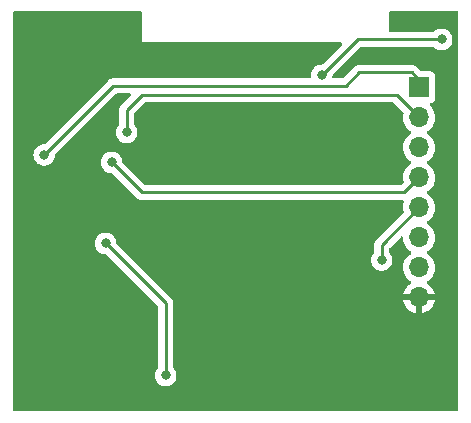
<source format=gbr>
%TF.GenerationSoftware,KiCad,Pcbnew,(6.0.1-0)*%
%TF.CreationDate,2022-04-20T12:22:31-04:00*%
%TF.ProjectId,32S2_3,33325332-5f33-42e6-9b69-6361645f7063,rev?*%
%TF.SameCoordinates,Original*%
%TF.FileFunction,Copper,L2,Bot*%
%TF.FilePolarity,Positive*%
%FSLAX46Y46*%
G04 Gerber Fmt 4.6, Leading zero omitted, Abs format (unit mm)*
G04 Created by KiCad (PCBNEW (6.0.1-0)) date 2022-04-20 12:22:31*
%MOMM*%
%LPD*%
G01*
G04 APERTURE LIST*
%TA.AperFunction,ComponentPad*%
%ADD10O,1.700000X1.700000*%
%TD*%
%TA.AperFunction,ComponentPad*%
%ADD11R,1.700000X1.700000*%
%TD*%
%TA.AperFunction,ViaPad*%
%ADD12C,0.800000*%
%TD*%
%TA.AperFunction,Conductor*%
%ADD13C,0.250000*%
%TD*%
G04 APERTURE END LIST*
D10*
%TO.P,J1,8,Pin_8*%
%TO.N,GND*%
X104775000Y-93980000D03*
%TO.P,J1,7,Pin_7*%
%TO.N,/U0RXD*%
X104775000Y-91440000D03*
%TO.P,J1,6,Pin_6*%
%TO.N,/U0TXD*%
X104775000Y-88900000D03*
%TO.P,J1,5,Pin_5*%
%TO.N,/GPIO0*%
X104775000Y-86360000D03*
%TO.P,J1,4,Pin_4*%
%TO.N,/CHIP_PU*%
X104775000Y-83820000D03*
%TO.P,J1,3,Pin_3*%
%TO.N,/VCC_3V3*%
X104775000Y-81280000D03*
%TO.P,J1,2,Pin_2*%
%TO.N,/Vtherm*%
X104775000Y-78740000D03*
D11*
%TO.P,J1,1,Pin_1*%
%TO.N,VCC*%
X104775000Y-76200000D03*
%TD*%
D12*
%TO.N,/GPIO0*%
X101600000Y-90805000D03*
%TO.N,/Vtherm*%
X80010000Y-80010000D03*
%TO.N,GND*%
X77978000Y-91186000D03*
X107315000Y-70485000D03*
X80010000Y-93218000D03*
X80010000Y-72390000D03*
X78486000Y-87630000D03*
X85344000Y-96520000D03*
X72390000Y-75565000D03*
X93472000Y-98552000D03*
%TO.N,VCC*%
X73025000Y-81915000D03*
%TO.N,/CHIP_PU*%
X78740000Y-82550000D03*
%TO.N,/VBAT*%
X96520000Y-75184000D03*
X106680000Y-72136000D03*
%TO.N,Net-(SW1-Pad1A)*%
X78232000Y-89408000D03*
X83312000Y-100584000D03*
%TD*%
D13*
%TO.N,VCC*%
X78888894Y-76051106D02*
X98573894Y-76051106D01*
X99695000Y-74930000D02*
X104140000Y-74930000D01*
X98573894Y-76051106D02*
X99695000Y-74930000D01*
X104140000Y-74930000D02*
X104775000Y-75565000D01*
X104775000Y-75565000D02*
X104775000Y-76200000D01*
%TO.N,/CHIP_PU*%
X78740000Y-82550000D02*
X81280000Y-85090000D01*
X104775000Y-83820000D02*
X103505000Y-85090000D01*
X103505000Y-85090000D02*
X81280000Y-85090000D01*
%TO.N,/GPIO0*%
X101600000Y-89535000D02*
X101600000Y-90805000D01*
X104775000Y-86360000D02*
X101600000Y-89535000D01*
%TO.N,/Vtherm*%
X104775000Y-78740000D02*
X102870000Y-76835000D01*
X80010000Y-78105000D02*
X80010000Y-80010000D01*
X102870000Y-76835000D02*
X81280000Y-76835000D01*
X81280000Y-76835000D02*
X80010000Y-78105000D01*
%TO.N,VCC*%
X73025000Y-81915000D02*
X78888894Y-76051106D01*
%TO.N,/VBAT*%
X99568000Y-72136000D02*
X106680000Y-72136000D01*
X96520000Y-75184000D02*
X99568000Y-72136000D01*
%TO.N,Net-(SW1-Pad1A)*%
X83312000Y-94488000D02*
X83312000Y-100584000D01*
X78232000Y-89408000D02*
X83312000Y-94488000D01*
%TD*%
%TA.AperFunction,Conductor*%
%TO.N,GND*%
G36*
X81222121Y-69743002D02*
G01*
X81268614Y-69796658D01*
X81280000Y-69849000D01*
X81280000Y-72390000D01*
X98113906Y-72390000D01*
X98182027Y-72410002D01*
X98228520Y-72463658D01*
X98238624Y-72533932D01*
X98209130Y-72598512D01*
X98203006Y-72605090D01*
X96634125Y-74173970D01*
X96569500Y-74238595D01*
X96507188Y-74272621D01*
X96480405Y-74275500D01*
X96424513Y-74275500D01*
X96418061Y-74276872D01*
X96418056Y-74276872D01*
X96347922Y-74291780D01*
X96237712Y-74315206D01*
X96231682Y-74317891D01*
X96231681Y-74317891D01*
X96069278Y-74390197D01*
X96069276Y-74390198D01*
X96063248Y-74392882D01*
X95908747Y-74505134D01*
X95904326Y-74510044D01*
X95904325Y-74510045D01*
X95892677Y-74522982D01*
X95780960Y-74647056D01*
X95777659Y-74652774D01*
X95690005Y-74804595D01*
X95685473Y-74812444D01*
X95626458Y-74994072D01*
X95606496Y-75184000D01*
X95616422Y-75278437D01*
X95603650Y-75348273D01*
X95555148Y-75400120D01*
X95491112Y-75417606D01*
X78967657Y-75417606D01*
X78956473Y-75417079D01*
X78948985Y-75415405D01*
X78941062Y-75415654D01*
X78880927Y-75417544D01*
X78876969Y-75417606D01*
X78849038Y-75417606D01*
X78845123Y-75418101D01*
X78845119Y-75418101D01*
X78845061Y-75418109D01*
X78845032Y-75418112D01*
X78833190Y-75419045D01*
X78789004Y-75420433D01*
X78771638Y-75425478D01*
X78769552Y-75426084D01*
X78750200Y-75430092D01*
X78737962Y-75431638D01*
X78737960Y-75431639D01*
X78730097Y-75432632D01*
X78688980Y-75448912D01*
X78677779Y-75452747D01*
X78635300Y-75465088D01*
X78628481Y-75469121D01*
X78628476Y-75469123D01*
X78617865Y-75475399D01*
X78600115Y-75484096D01*
X78581277Y-75491554D01*
X78574861Y-75496215D01*
X78574860Y-75496216D01*
X78545519Y-75517534D01*
X78535595Y-75524053D01*
X78504354Y-75542528D01*
X78504349Y-75542532D01*
X78497531Y-75546564D01*
X78483207Y-75560888D01*
X78468175Y-75573727D01*
X78451787Y-75585634D01*
X78423606Y-75619699D01*
X78415616Y-75628479D01*
X73074500Y-80969595D01*
X73012188Y-81003621D01*
X72985405Y-81006500D01*
X72929513Y-81006500D01*
X72923061Y-81007872D01*
X72923056Y-81007872D01*
X72844501Y-81024570D01*
X72742712Y-81046206D01*
X72736682Y-81048891D01*
X72736681Y-81048891D01*
X72574278Y-81121197D01*
X72574276Y-81121198D01*
X72568248Y-81123882D01*
X72413747Y-81236134D01*
X72409326Y-81241044D01*
X72409325Y-81241045D01*
X72311305Y-81349908D01*
X72285960Y-81378056D01*
X72190473Y-81543444D01*
X72131458Y-81725072D01*
X72130768Y-81731633D01*
X72130768Y-81731635D01*
X72125007Y-81786453D01*
X72111496Y-81915000D01*
X72131458Y-82104928D01*
X72190473Y-82286556D01*
X72285960Y-82451944D01*
X72290378Y-82456851D01*
X72290379Y-82456852D01*
X72388589Y-82565925D01*
X72413747Y-82593866D01*
X72504809Y-82660027D01*
X72543036Y-82687800D01*
X72568248Y-82706118D01*
X72574276Y-82708802D01*
X72574278Y-82708803D01*
X72736681Y-82781109D01*
X72742712Y-82783794D01*
X72836112Y-82803647D01*
X72923056Y-82822128D01*
X72923061Y-82822128D01*
X72929513Y-82823500D01*
X73120487Y-82823500D01*
X73126939Y-82822128D01*
X73126944Y-82822128D01*
X73213888Y-82803647D01*
X73307288Y-82783794D01*
X73313319Y-82781109D01*
X73475722Y-82708803D01*
X73475724Y-82708802D01*
X73481752Y-82706118D01*
X73506965Y-82687800D01*
X73545191Y-82660027D01*
X73636253Y-82593866D01*
X73661411Y-82565925D01*
X73759621Y-82456852D01*
X73759622Y-82456851D01*
X73764040Y-82451944D01*
X73859527Y-82286556D01*
X73918542Y-82104928D01*
X73935907Y-81939706D01*
X73962920Y-81874050D01*
X73972122Y-81863782D01*
X79114393Y-76721511D01*
X79176705Y-76687485D01*
X79203488Y-76684606D01*
X80230299Y-76684606D01*
X80298420Y-76704608D01*
X80344913Y-76758264D01*
X80355017Y-76828538D01*
X80325523Y-76893118D01*
X80319394Y-76899701D01*
X79617747Y-77601348D01*
X79609461Y-77608888D01*
X79602982Y-77613000D01*
X79597557Y-77618777D01*
X79556357Y-77662651D01*
X79553602Y-77665493D01*
X79533865Y-77685230D01*
X79531385Y-77688427D01*
X79523682Y-77697447D01*
X79493414Y-77729679D01*
X79489595Y-77736625D01*
X79489593Y-77736628D01*
X79483652Y-77747434D01*
X79472801Y-77763953D01*
X79460386Y-77779959D01*
X79457241Y-77787228D01*
X79457238Y-77787232D01*
X79442826Y-77820537D01*
X79437609Y-77831187D01*
X79416305Y-77869940D01*
X79414334Y-77877615D01*
X79414334Y-77877616D01*
X79411267Y-77889562D01*
X79404863Y-77908266D01*
X79396819Y-77926855D01*
X79395580Y-77934678D01*
X79395577Y-77934688D01*
X79389901Y-77970524D01*
X79387495Y-77982144D01*
X79376500Y-78024970D01*
X79376500Y-78045224D01*
X79374949Y-78064934D01*
X79371780Y-78084943D01*
X79372526Y-78092835D01*
X79375941Y-78128961D01*
X79376500Y-78140819D01*
X79376500Y-79307476D01*
X79356498Y-79375597D01*
X79344142Y-79391779D01*
X79270960Y-79473056D01*
X79175473Y-79638444D01*
X79116458Y-79820072D01*
X79096496Y-80010000D01*
X79097186Y-80016565D01*
X79110381Y-80142104D01*
X79116458Y-80199928D01*
X79175473Y-80381556D01*
X79178776Y-80387278D01*
X79178777Y-80387279D01*
X79198903Y-80422138D01*
X79270960Y-80546944D01*
X79275378Y-80551851D01*
X79275379Y-80551852D01*
X79324746Y-80606680D01*
X79398747Y-80688866D01*
X79553248Y-80801118D01*
X79559276Y-80803802D01*
X79559278Y-80803803D01*
X79653426Y-80845720D01*
X79727712Y-80878794D01*
X79821112Y-80898647D01*
X79908056Y-80917128D01*
X79908061Y-80917128D01*
X79914513Y-80918500D01*
X80105487Y-80918500D01*
X80111939Y-80917128D01*
X80111944Y-80917128D01*
X80198888Y-80898647D01*
X80292288Y-80878794D01*
X80366574Y-80845720D01*
X80460722Y-80803803D01*
X80460724Y-80803802D01*
X80466752Y-80801118D01*
X80621253Y-80688866D01*
X80695254Y-80606680D01*
X80744621Y-80551852D01*
X80744622Y-80551851D01*
X80749040Y-80546944D01*
X80821097Y-80422138D01*
X80841223Y-80387279D01*
X80841224Y-80387278D01*
X80844527Y-80381556D01*
X80903542Y-80199928D01*
X80909620Y-80142104D01*
X80922814Y-80016565D01*
X80923504Y-80010000D01*
X80903542Y-79820072D01*
X80844527Y-79638444D01*
X80749040Y-79473056D01*
X80675863Y-79391785D01*
X80645147Y-79327779D01*
X80643500Y-79307476D01*
X80643500Y-78419594D01*
X80663502Y-78351473D01*
X80680405Y-78330499D01*
X81505499Y-77505405D01*
X81567811Y-77471379D01*
X81594594Y-77468500D01*
X102555406Y-77468500D01*
X102623527Y-77488502D01*
X102644501Y-77505405D01*
X103424778Y-78285682D01*
X103458804Y-78347994D01*
X103457100Y-78408448D01*
X103435989Y-78484570D01*
X103435441Y-78489700D01*
X103435440Y-78489704D01*
X103431933Y-78522522D01*
X103412251Y-78706695D01*
X103412548Y-78711848D01*
X103412548Y-78711851D01*
X103418011Y-78806590D01*
X103425110Y-78929715D01*
X103426247Y-78934761D01*
X103426248Y-78934767D01*
X103446119Y-79022939D01*
X103474222Y-79147639D01*
X103558266Y-79354616D01*
X103674987Y-79545088D01*
X103821250Y-79713938D01*
X103993126Y-79856632D01*
X104063595Y-79897811D01*
X104066445Y-79899476D01*
X104115169Y-79951114D01*
X104128240Y-80020897D01*
X104101509Y-80086669D01*
X104061055Y-80120027D01*
X104048607Y-80126507D01*
X104044474Y-80129610D01*
X104044471Y-80129612D01*
X103874100Y-80257530D01*
X103869965Y-80260635D01*
X103715629Y-80422138D01*
X103589743Y-80606680D01*
X103574003Y-80640590D01*
X103501290Y-80797237D01*
X103495688Y-80809305D01*
X103435989Y-81024570D01*
X103412251Y-81246695D01*
X103412548Y-81251848D01*
X103412548Y-81251851D01*
X103418011Y-81346590D01*
X103425110Y-81469715D01*
X103426247Y-81474761D01*
X103426248Y-81474767D01*
X103440436Y-81537721D01*
X103474222Y-81687639D01*
X103558266Y-81894616D01*
X103674987Y-82085088D01*
X103821250Y-82253938D01*
X103993126Y-82396632D01*
X104063595Y-82437811D01*
X104066445Y-82439476D01*
X104115169Y-82491114D01*
X104128240Y-82560897D01*
X104101509Y-82626669D01*
X104061055Y-82660027D01*
X104048607Y-82666507D01*
X104044474Y-82669610D01*
X104044471Y-82669612D01*
X103874100Y-82797530D01*
X103869965Y-82800635D01*
X103715629Y-82962138D01*
X103589743Y-83146680D01*
X103574003Y-83180590D01*
X103501290Y-83337237D01*
X103495688Y-83349305D01*
X103435989Y-83564570D01*
X103412251Y-83786695D01*
X103412548Y-83791848D01*
X103412548Y-83791851D01*
X103418011Y-83886590D01*
X103425110Y-84009715D01*
X103426247Y-84014761D01*
X103426248Y-84014767D01*
X103458453Y-84157668D01*
X103453917Y-84228520D01*
X103424631Y-84274464D01*
X103279500Y-84419595D01*
X103217188Y-84453621D01*
X103190405Y-84456500D01*
X81594595Y-84456500D01*
X81526474Y-84436498D01*
X81505500Y-84419595D01*
X79687122Y-82601217D01*
X79653096Y-82538905D01*
X79650907Y-82525292D01*
X79645676Y-82475516D01*
X79633542Y-82360072D01*
X79574527Y-82178444D01*
X79479040Y-82013056D01*
X79451147Y-81982077D01*
X79355675Y-81876045D01*
X79355674Y-81876044D01*
X79351253Y-81871134D01*
X79228311Y-81781811D01*
X79202094Y-81762763D01*
X79202093Y-81762762D01*
X79196752Y-81758882D01*
X79190724Y-81756198D01*
X79190722Y-81756197D01*
X79028319Y-81683891D01*
X79028318Y-81683891D01*
X79022288Y-81681206D01*
X78928888Y-81661353D01*
X78841944Y-81642872D01*
X78841939Y-81642872D01*
X78835487Y-81641500D01*
X78644513Y-81641500D01*
X78638061Y-81642872D01*
X78638056Y-81642872D01*
X78551112Y-81661353D01*
X78457712Y-81681206D01*
X78451682Y-81683891D01*
X78451681Y-81683891D01*
X78289278Y-81756197D01*
X78289276Y-81756198D01*
X78283248Y-81758882D01*
X78277907Y-81762762D01*
X78277906Y-81762763D01*
X78251689Y-81781811D01*
X78128747Y-81871134D01*
X78124326Y-81876044D01*
X78124325Y-81876045D01*
X78028854Y-81982077D01*
X78000960Y-82013056D01*
X77905473Y-82178444D01*
X77846458Y-82360072D01*
X77826496Y-82550000D01*
X77827186Y-82556565D01*
X77843187Y-82708803D01*
X77846458Y-82739928D01*
X77905473Y-82921556D01*
X77908776Y-82927278D01*
X77908777Y-82927279D01*
X77928903Y-82962138D01*
X78000960Y-83086944D01*
X78005378Y-83091851D01*
X78005379Y-83091852D01*
X78054746Y-83146680D01*
X78128747Y-83228866D01*
X78283248Y-83341118D01*
X78289276Y-83343802D01*
X78289278Y-83343803D01*
X78383426Y-83385720D01*
X78457712Y-83418794D01*
X78551112Y-83438647D01*
X78638056Y-83457128D01*
X78638061Y-83457128D01*
X78644513Y-83458500D01*
X78700406Y-83458500D01*
X78768527Y-83478502D01*
X78789501Y-83495405D01*
X80776343Y-85482247D01*
X80783887Y-85490537D01*
X80788000Y-85497018D01*
X80793777Y-85502443D01*
X80837667Y-85543658D01*
X80840509Y-85546413D01*
X80860230Y-85566134D01*
X80863425Y-85568612D01*
X80872447Y-85576318D01*
X80904679Y-85606586D01*
X80911628Y-85610406D01*
X80922432Y-85616346D01*
X80938956Y-85627199D01*
X80954959Y-85639613D01*
X80995543Y-85657176D01*
X81006173Y-85662383D01*
X81044940Y-85683695D01*
X81052617Y-85685666D01*
X81052622Y-85685668D01*
X81064558Y-85688732D01*
X81083266Y-85695137D01*
X81101855Y-85703181D01*
X81109680Y-85704420D01*
X81109682Y-85704421D01*
X81145519Y-85710097D01*
X81157140Y-85712504D01*
X81192289Y-85721528D01*
X81199970Y-85723500D01*
X81220231Y-85723500D01*
X81239940Y-85725051D01*
X81259943Y-85728219D01*
X81267835Y-85727473D01*
X81273062Y-85726979D01*
X81303954Y-85724059D01*
X81315811Y-85723500D01*
X103376527Y-85723500D01*
X103444648Y-85743502D01*
X103491141Y-85797158D01*
X103501245Y-85867432D01*
X103495745Y-85889182D01*
X103495688Y-85889305D01*
X103435989Y-86104570D01*
X103412251Y-86326695D01*
X103412548Y-86331848D01*
X103412548Y-86331851D01*
X103418011Y-86426590D01*
X103425110Y-86549715D01*
X103426247Y-86554761D01*
X103426248Y-86554767D01*
X103458453Y-86697668D01*
X103453917Y-86768520D01*
X103424631Y-86814464D01*
X101207747Y-89031348D01*
X101199461Y-89038888D01*
X101192982Y-89043000D01*
X101187557Y-89048777D01*
X101146357Y-89092651D01*
X101143602Y-89095493D01*
X101123865Y-89115230D01*
X101121385Y-89118427D01*
X101113682Y-89127447D01*
X101083414Y-89159679D01*
X101079595Y-89166625D01*
X101079593Y-89166628D01*
X101073652Y-89177434D01*
X101062801Y-89193953D01*
X101050386Y-89209959D01*
X101047241Y-89217228D01*
X101047238Y-89217232D01*
X101032826Y-89250537D01*
X101027609Y-89261187D01*
X101006305Y-89299940D01*
X101004334Y-89307615D01*
X101004334Y-89307616D01*
X101001267Y-89319562D01*
X100994863Y-89338266D01*
X100986819Y-89356855D01*
X100985580Y-89364678D01*
X100985577Y-89364688D01*
X100979901Y-89400524D01*
X100977495Y-89412144D01*
X100968472Y-89447289D01*
X100966500Y-89454970D01*
X100966500Y-89475224D01*
X100964949Y-89494934D01*
X100961780Y-89514943D01*
X100962526Y-89522835D01*
X100965941Y-89558961D01*
X100966500Y-89570819D01*
X100966500Y-90102476D01*
X100946498Y-90170597D01*
X100934142Y-90186779D01*
X100860960Y-90268056D01*
X100765473Y-90433444D01*
X100706458Y-90615072D01*
X100686496Y-90805000D01*
X100687186Y-90811565D01*
X100704290Y-90974297D01*
X100706458Y-90994928D01*
X100765473Y-91176556D01*
X100768776Y-91182278D01*
X100768777Y-91182279D01*
X100802686Y-91241010D01*
X100860960Y-91341944D01*
X100988747Y-91483866D01*
X101143248Y-91596118D01*
X101149276Y-91598802D01*
X101149278Y-91598803D01*
X101218708Y-91629715D01*
X101317712Y-91673794D01*
X101411113Y-91693647D01*
X101498056Y-91712128D01*
X101498061Y-91712128D01*
X101504513Y-91713500D01*
X101695487Y-91713500D01*
X101701939Y-91712128D01*
X101701944Y-91712128D01*
X101788887Y-91693647D01*
X101882288Y-91673794D01*
X101981292Y-91629715D01*
X102050722Y-91598803D01*
X102050724Y-91598802D01*
X102056752Y-91596118D01*
X102211253Y-91483866D01*
X102339040Y-91341944D01*
X102397314Y-91241010D01*
X102431223Y-91182279D01*
X102431224Y-91182278D01*
X102434527Y-91176556D01*
X102493542Y-90994928D01*
X102495711Y-90974297D01*
X102512814Y-90811565D01*
X102513504Y-90805000D01*
X102493542Y-90615072D01*
X102434527Y-90433444D01*
X102339040Y-90268056D01*
X102265863Y-90186785D01*
X102235147Y-90122779D01*
X102233500Y-90102476D01*
X102233500Y-89849594D01*
X102253502Y-89781473D01*
X102270405Y-89760499D01*
X103200019Y-88830885D01*
X103262331Y-88796859D01*
X103333146Y-88801924D01*
X103389982Y-88844471D01*
X103414905Y-88912727D01*
X103425110Y-89089715D01*
X103426247Y-89094761D01*
X103426248Y-89094767D01*
X103446119Y-89182939D01*
X103474222Y-89307639D01*
X103558266Y-89514616D01*
X103674987Y-89705088D01*
X103821250Y-89873938D01*
X103993126Y-90016632D01*
X104063595Y-90057811D01*
X104066445Y-90059476D01*
X104115169Y-90111114D01*
X104128240Y-90180897D01*
X104101509Y-90246669D01*
X104061055Y-90280027D01*
X104048607Y-90286507D01*
X104044474Y-90289610D01*
X104044471Y-90289612D01*
X103959507Y-90353405D01*
X103869965Y-90420635D01*
X103715629Y-90582138D01*
X103712715Y-90586410D01*
X103712714Y-90586411D01*
X103694838Y-90612617D01*
X103589743Y-90766680D01*
X103495688Y-90969305D01*
X103435989Y-91184570D01*
X103412251Y-91406695D01*
X103412548Y-91411848D01*
X103412548Y-91411851D01*
X103418011Y-91506590D01*
X103425110Y-91629715D01*
X103426247Y-91634761D01*
X103426248Y-91634767D01*
X103435353Y-91675166D01*
X103474222Y-91847639D01*
X103558266Y-92054616D01*
X103674987Y-92245088D01*
X103821250Y-92413938D01*
X103993126Y-92556632D01*
X104066955Y-92599774D01*
X104115679Y-92651412D01*
X104128750Y-92721195D01*
X104102019Y-92786967D01*
X104061562Y-92820327D01*
X104053457Y-92824546D01*
X104044738Y-92830036D01*
X103874433Y-92957905D01*
X103866726Y-92964748D01*
X103719590Y-93118717D01*
X103713104Y-93126727D01*
X103593098Y-93302649D01*
X103588000Y-93311623D01*
X103498338Y-93504783D01*
X103494775Y-93514470D01*
X103439389Y-93714183D01*
X103440912Y-93722607D01*
X103453292Y-93726000D01*
X106093344Y-93726000D01*
X106106875Y-93722027D01*
X106108180Y-93712947D01*
X106066214Y-93545875D01*
X106062894Y-93536124D01*
X105977972Y-93340814D01*
X105973105Y-93331739D01*
X105857426Y-93152926D01*
X105851136Y-93144757D01*
X105707806Y-92987240D01*
X105700273Y-92980215D01*
X105533139Y-92848222D01*
X105524556Y-92842520D01*
X105487602Y-92822120D01*
X105437631Y-92771687D01*
X105422859Y-92702245D01*
X105447975Y-92635839D01*
X105475327Y-92609232D01*
X105498797Y-92592491D01*
X105654860Y-92481173D01*
X105813096Y-92323489D01*
X105872594Y-92240689D01*
X105940435Y-92146277D01*
X105943453Y-92142077D01*
X106042430Y-91941811D01*
X106107370Y-91728069D01*
X106136529Y-91506590D01*
X106136611Y-91503240D01*
X106138074Y-91443365D01*
X106138074Y-91443361D01*
X106138156Y-91440000D01*
X106119852Y-91217361D01*
X106065431Y-91000702D01*
X105976354Y-90795840D01*
X105855014Y-90608277D01*
X105704670Y-90443051D01*
X105700619Y-90439852D01*
X105700615Y-90439848D01*
X105533414Y-90307800D01*
X105533410Y-90307798D01*
X105529359Y-90304598D01*
X105488053Y-90281796D01*
X105438084Y-90231364D01*
X105423312Y-90161921D01*
X105448428Y-90095516D01*
X105475780Y-90068909D01*
X105519603Y-90037650D01*
X105654860Y-89941173D01*
X105813096Y-89783489D01*
X105872594Y-89700689D01*
X105940435Y-89606277D01*
X105943453Y-89602077D01*
X105961840Y-89564875D01*
X106040136Y-89406453D01*
X106040137Y-89406451D01*
X106042430Y-89401811D01*
X106107370Y-89188069D01*
X106136529Y-88966590D01*
X106138156Y-88900000D01*
X106119852Y-88677361D01*
X106065431Y-88460702D01*
X105976354Y-88255840D01*
X105855014Y-88068277D01*
X105704670Y-87903051D01*
X105700619Y-87899852D01*
X105700615Y-87899848D01*
X105533414Y-87767800D01*
X105533410Y-87767798D01*
X105529359Y-87764598D01*
X105488053Y-87741796D01*
X105438084Y-87691364D01*
X105423312Y-87621921D01*
X105448428Y-87555516D01*
X105475780Y-87528909D01*
X105519603Y-87497650D01*
X105654860Y-87401173D01*
X105813096Y-87243489D01*
X105943453Y-87062077D01*
X106042430Y-86861811D01*
X106107370Y-86648069D01*
X106136529Y-86426590D01*
X106138156Y-86360000D01*
X106119852Y-86137361D01*
X106065431Y-85920702D01*
X105976354Y-85715840D01*
X105915079Y-85621123D01*
X105857822Y-85532617D01*
X105857820Y-85532614D01*
X105855014Y-85528277D01*
X105704670Y-85363051D01*
X105700619Y-85359852D01*
X105700615Y-85359848D01*
X105533414Y-85227800D01*
X105533410Y-85227798D01*
X105529359Y-85224598D01*
X105488053Y-85201796D01*
X105438084Y-85151364D01*
X105423312Y-85081921D01*
X105448428Y-85015516D01*
X105475780Y-84988909D01*
X105519603Y-84957650D01*
X105654860Y-84861173D01*
X105813096Y-84703489D01*
X105943453Y-84522077D01*
X105994103Y-84419595D01*
X106040136Y-84326453D01*
X106040137Y-84326451D01*
X106042430Y-84321811D01*
X106107370Y-84108069D01*
X106136529Y-83886590D01*
X106138156Y-83820000D01*
X106119852Y-83597361D01*
X106065431Y-83380702D01*
X105976354Y-83175840D01*
X105918845Y-83086944D01*
X105857822Y-82992617D01*
X105857820Y-82992614D01*
X105855014Y-82988277D01*
X105704670Y-82823051D01*
X105700619Y-82819852D01*
X105700615Y-82819848D01*
X105533414Y-82687800D01*
X105533410Y-82687798D01*
X105529359Y-82684598D01*
X105488053Y-82661796D01*
X105438084Y-82611364D01*
X105423312Y-82541921D01*
X105448428Y-82475516D01*
X105475780Y-82448909D01*
X105519603Y-82417650D01*
X105654860Y-82321173D01*
X105813096Y-82163489D01*
X105872594Y-82080689D01*
X105940435Y-81986277D01*
X105943453Y-81982077D01*
X105964394Y-81939707D01*
X106040136Y-81786453D01*
X106040137Y-81786451D01*
X106042430Y-81781811D01*
X106107370Y-81568069D01*
X106136529Y-81346590D01*
X106138156Y-81280000D01*
X106119852Y-81057361D01*
X106065431Y-80840702D01*
X105976354Y-80635840D01*
X105918845Y-80546944D01*
X105857822Y-80452617D01*
X105857820Y-80452614D01*
X105855014Y-80448277D01*
X105704670Y-80283051D01*
X105700619Y-80279852D01*
X105700615Y-80279848D01*
X105533414Y-80147800D01*
X105533410Y-80147798D01*
X105529359Y-80144598D01*
X105488053Y-80121796D01*
X105438084Y-80071364D01*
X105423312Y-80001921D01*
X105448428Y-79935516D01*
X105475780Y-79908909D01*
X105519603Y-79877650D01*
X105654860Y-79781173D01*
X105813096Y-79623489D01*
X105872594Y-79540689D01*
X105940435Y-79446277D01*
X105943453Y-79442077D01*
X105976310Y-79375597D01*
X106040136Y-79246453D01*
X106040137Y-79246451D01*
X106042430Y-79241811D01*
X106107370Y-79028069D01*
X106136529Y-78806590D01*
X106138156Y-78740000D01*
X106119852Y-78517361D01*
X106065431Y-78300702D01*
X105976354Y-78095840D01*
X105899078Y-77976389D01*
X105857822Y-77912617D01*
X105857820Y-77912614D01*
X105855014Y-77908277D01*
X105820130Y-77869940D01*
X105707798Y-77746488D01*
X105676746Y-77682642D01*
X105685141Y-77612143D01*
X105730317Y-77557375D01*
X105756761Y-77543706D01*
X105863297Y-77503767D01*
X105871705Y-77500615D01*
X105988261Y-77413261D01*
X106075615Y-77296705D01*
X106126745Y-77160316D01*
X106133500Y-77098134D01*
X106133500Y-75301866D01*
X106126745Y-75239684D01*
X106075615Y-75103295D01*
X105988261Y-74986739D01*
X105871705Y-74899385D01*
X105735316Y-74848255D01*
X105673134Y-74841500D01*
X104999595Y-74841500D01*
X104931474Y-74821498D01*
X104910499Y-74804595D01*
X104643647Y-74537742D01*
X104636113Y-74529463D01*
X104632000Y-74522982D01*
X104582348Y-74476356D01*
X104579507Y-74473602D01*
X104559770Y-74453865D01*
X104556573Y-74451385D01*
X104547551Y-74443680D01*
X104534116Y-74431064D01*
X104515321Y-74413414D01*
X104508375Y-74409595D01*
X104508372Y-74409593D01*
X104497566Y-74403652D01*
X104481047Y-74392801D01*
X104477690Y-74390197D01*
X104465041Y-74380386D01*
X104457772Y-74377241D01*
X104457768Y-74377238D01*
X104424463Y-74362826D01*
X104413813Y-74357609D01*
X104375060Y-74336305D01*
X104355437Y-74331267D01*
X104336734Y-74324863D01*
X104325420Y-74319967D01*
X104325419Y-74319967D01*
X104318145Y-74316819D01*
X104310322Y-74315580D01*
X104310312Y-74315577D01*
X104274476Y-74309901D01*
X104262856Y-74307495D01*
X104227711Y-74298472D01*
X104227710Y-74298472D01*
X104220030Y-74296500D01*
X104199776Y-74296500D01*
X104180065Y-74294949D01*
X104167886Y-74293020D01*
X104160057Y-74291780D01*
X104130786Y-74294547D01*
X104116039Y-74295941D01*
X104104181Y-74296500D01*
X99773767Y-74296500D01*
X99762584Y-74295973D01*
X99755091Y-74294298D01*
X99747165Y-74294547D01*
X99747164Y-74294547D01*
X99687014Y-74296438D01*
X99683055Y-74296500D01*
X99655144Y-74296500D01*
X99651210Y-74296997D01*
X99651209Y-74296997D01*
X99651144Y-74297005D01*
X99639307Y-74297938D01*
X99607490Y-74298938D01*
X99603029Y-74299078D01*
X99595110Y-74299327D01*
X99577454Y-74304456D01*
X99575658Y-74304978D01*
X99556306Y-74308986D01*
X99549235Y-74309880D01*
X99536203Y-74311526D01*
X99528834Y-74314443D01*
X99528832Y-74314444D01*
X99495097Y-74327800D01*
X99483869Y-74331645D01*
X99441407Y-74343982D01*
X99434585Y-74348016D01*
X99434579Y-74348019D01*
X99423968Y-74354294D01*
X99406218Y-74362990D01*
X99394756Y-74367528D01*
X99394751Y-74367531D01*
X99387383Y-74370448D01*
X99369970Y-74383099D01*
X99351625Y-74396427D01*
X99341707Y-74402943D01*
X99330463Y-74409593D01*
X99303637Y-74425458D01*
X99289313Y-74439782D01*
X99274281Y-74452621D01*
X99257893Y-74464528D01*
X99229712Y-74498593D01*
X99221722Y-74507373D01*
X98348394Y-75380701D01*
X98286082Y-75414727D01*
X98259299Y-75417606D01*
X97548888Y-75417606D01*
X97480767Y-75397604D01*
X97434274Y-75343948D01*
X97423578Y-75278437D01*
X97430907Y-75208705D01*
X97457920Y-75143049D01*
X97467122Y-75132782D01*
X99793500Y-72806405D01*
X99855812Y-72772379D01*
X99882595Y-72769500D01*
X105971800Y-72769500D01*
X106039921Y-72789502D01*
X106059147Y-72805843D01*
X106059420Y-72805540D01*
X106064332Y-72809963D01*
X106068747Y-72814866D01*
X106223248Y-72927118D01*
X106229276Y-72929802D01*
X106229278Y-72929803D01*
X106391681Y-73002109D01*
X106397712Y-73004794D01*
X106491112Y-73024647D01*
X106578056Y-73043128D01*
X106578061Y-73043128D01*
X106584513Y-73044500D01*
X106775487Y-73044500D01*
X106781939Y-73043128D01*
X106781944Y-73043128D01*
X106868888Y-73024647D01*
X106962288Y-73004794D01*
X106968319Y-73002109D01*
X107130722Y-72929803D01*
X107130724Y-72929802D01*
X107136752Y-72927118D01*
X107291253Y-72814866D01*
X107314091Y-72789502D01*
X107414621Y-72677852D01*
X107414622Y-72677851D01*
X107419040Y-72672944D01*
X107514527Y-72507556D01*
X107573542Y-72325928D01*
X107593504Y-72136000D01*
X107573542Y-71946072D01*
X107514527Y-71764444D01*
X107419040Y-71599056D01*
X107362254Y-71535988D01*
X107295675Y-71462045D01*
X107295674Y-71462044D01*
X107291253Y-71457134D01*
X107136752Y-71344882D01*
X107130724Y-71342198D01*
X107130722Y-71342197D01*
X106968319Y-71269891D01*
X106968318Y-71269891D01*
X106962288Y-71267206D01*
X106868887Y-71247353D01*
X106781944Y-71228872D01*
X106781939Y-71228872D01*
X106775487Y-71227500D01*
X106584513Y-71227500D01*
X106578061Y-71228872D01*
X106578056Y-71228872D01*
X106491113Y-71247353D01*
X106397712Y-71267206D01*
X106391682Y-71269891D01*
X106391681Y-71269891D01*
X106229278Y-71342197D01*
X106229276Y-71342198D01*
X106223248Y-71344882D01*
X106068747Y-71457134D01*
X106064332Y-71462037D01*
X106059420Y-71466460D01*
X106058295Y-71465211D01*
X106004986Y-71498051D01*
X105971800Y-71502500D01*
X102361000Y-71502500D01*
X102292879Y-71482498D01*
X102246386Y-71428842D01*
X102235000Y-71376500D01*
X102235000Y-69849000D01*
X102255002Y-69780879D01*
X102308658Y-69734386D01*
X102361000Y-69723000D01*
X107951000Y-69723000D01*
X108019121Y-69743002D01*
X108065614Y-69796658D01*
X108077000Y-69849000D01*
X108077000Y-103506000D01*
X108056998Y-103574121D01*
X108003342Y-103620614D01*
X107951000Y-103632000D01*
X70484000Y-103632000D01*
X70415879Y-103611998D01*
X70369386Y-103558342D01*
X70358000Y-103506000D01*
X70358000Y-89408000D01*
X77318496Y-89408000D01*
X77319186Y-89414565D01*
X77330566Y-89522835D01*
X77338458Y-89597928D01*
X77397473Y-89779556D01*
X77400776Y-89785278D01*
X77400777Y-89785279D01*
X77434686Y-89844010D01*
X77492960Y-89944944D01*
X77497378Y-89949851D01*
X77497379Y-89949852D01*
X77616325Y-90081955D01*
X77620747Y-90086866D01*
X77775248Y-90199118D01*
X77781276Y-90201802D01*
X77781278Y-90201803D01*
X77930086Y-90268056D01*
X77949712Y-90276794D01*
X78010016Y-90289612D01*
X78130056Y-90315128D01*
X78130061Y-90315128D01*
X78136513Y-90316500D01*
X78192406Y-90316500D01*
X78260527Y-90336502D01*
X78281501Y-90353405D01*
X82641595Y-94713500D01*
X82675621Y-94775812D01*
X82678500Y-94802595D01*
X82678500Y-99881476D01*
X82658498Y-99949597D01*
X82646142Y-99965779D01*
X82572960Y-100047056D01*
X82477473Y-100212444D01*
X82418458Y-100394072D01*
X82398496Y-100584000D01*
X82418458Y-100773928D01*
X82477473Y-100955556D01*
X82572960Y-101120944D01*
X82700747Y-101262866D01*
X82855248Y-101375118D01*
X82861276Y-101377802D01*
X82861278Y-101377803D01*
X83023681Y-101450109D01*
X83029712Y-101452794D01*
X83123112Y-101472647D01*
X83210056Y-101491128D01*
X83210061Y-101491128D01*
X83216513Y-101492500D01*
X83407487Y-101492500D01*
X83413939Y-101491128D01*
X83413944Y-101491128D01*
X83500888Y-101472647D01*
X83594288Y-101452794D01*
X83600319Y-101450109D01*
X83762722Y-101377803D01*
X83762724Y-101377802D01*
X83768752Y-101375118D01*
X83923253Y-101262866D01*
X84051040Y-101120944D01*
X84146527Y-100955556D01*
X84205542Y-100773928D01*
X84225504Y-100584000D01*
X84205542Y-100394072D01*
X84146527Y-100212444D01*
X84051040Y-100047056D01*
X83977863Y-99965785D01*
X83947147Y-99901779D01*
X83945500Y-99881476D01*
X83945500Y-94566767D01*
X83946027Y-94555584D01*
X83947702Y-94548091D01*
X83945562Y-94480000D01*
X83945500Y-94476043D01*
X83945500Y-94448144D01*
X83944996Y-94444153D01*
X83944063Y-94432311D01*
X83942923Y-94396036D01*
X83942674Y-94388111D01*
X83940462Y-94380497D01*
X83940461Y-94380492D01*
X83937023Y-94368659D01*
X83933012Y-94349295D01*
X83931467Y-94337064D01*
X83930474Y-94329203D01*
X83927557Y-94321836D01*
X83927556Y-94321831D01*
X83914198Y-94288092D01*
X83910354Y-94276865D01*
X83901957Y-94247966D01*
X103443257Y-94247966D01*
X103473565Y-94382446D01*
X103476645Y-94392275D01*
X103556770Y-94589603D01*
X103561413Y-94598794D01*
X103672694Y-94780388D01*
X103678777Y-94788699D01*
X103818213Y-94949667D01*
X103825580Y-94956883D01*
X103989434Y-95092916D01*
X103997881Y-95098831D01*
X104181756Y-95206279D01*
X104191042Y-95210729D01*
X104390001Y-95286703D01*
X104399899Y-95289579D01*
X104503250Y-95310606D01*
X104517299Y-95309410D01*
X104521000Y-95299065D01*
X104521000Y-95298517D01*
X105029000Y-95298517D01*
X105033064Y-95312359D01*
X105046478Y-95314393D01*
X105053184Y-95313534D01*
X105063262Y-95311392D01*
X105267255Y-95250191D01*
X105276842Y-95246433D01*
X105468095Y-95152739D01*
X105476945Y-95147464D01*
X105650328Y-95023792D01*
X105658200Y-95017139D01*
X105809052Y-94866812D01*
X105815730Y-94858965D01*
X105940003Y-94686020D01*
X105945313Y-94677183D01*
X106039670Y-94486267D01*
X106043469Y-94476672D01*
X106105377Y-94272910D01*
X106107555Y-94262837D01*
X106108986Y-94251962D01*
X106106775Y-94237778D01*
X106093617Y-94234000D01*
X105047115Y-94234000D01*
X105031876Y-94238475D01*
X105030671Y-94239865D01*
X105029000Y-94247548D01*
X105029000Y-95298517D01*
X104521000Y-95298517D01*
X104521000Y-94252115D01*
X104516525Y-94236876D01*
X104515135Y-94235671D01*
X104507452Y-94234000D01*
X103458225Y-94234000D01*
X103444694Y-94237973D01*
X103443257Y-94247966D01*
X83901957Y-94247966D01*
X83900230Y-94242022D01*
X83898018Y-94234407D01*
X83887707Y-94216972D01*
X83879012Y-94199224D01*
X83871552Y-94180383D01*
X83845564Y-94144613D01*
X83839048Y-94134693D01*
X83820580Y-94103465D01*
X83820578Y-94103462D01*
X83816542Y-94096638D01*
X83802221Y-94082317D01*
X83789380Y-94067283D01*
X83782131Y-94057306D01*
X83777472Y-94050893D01*
X83743395Y-94022702D01*
X83734616Y-94014712D01*
X79179122Y-89459217D01*
X79145096Y-89396905D01*
X79142907Y-89383292D01*
X79140129Y-89356855D01*
X79125542Y-89218072D01*
X79066527Y-89036444D01*
X78971040Y-88871056D01*
X78843253Y-88729134D01*
X78688752Y-88616882D01*
X78682724Y-88614198D01*
X78682722Y-88614197D01*
X78520319Y-88541891D01*
X78520318Y-88541891D01*
X78514288Y-88539206D01*
X78420887Y-88519353D01*
X78333944Y-88500872D01*
X78333939Y-88500872D01*
X78327487Y-88499500D01*
X78136513Y-88499500D01*
X78130061Y-88500872D01*
X78130056Y-88500872D01*
X78043113Y-88519353D01*
X77949712Y-88539206D01*
X77943682Y-88541891D01*
X77943681Y-88541891D01*
X77781278Y-88614197D01*
X77781276Y-88614198D01*
X77775248Y-88616882D01*
X77620747Y-88729134D01*
X77492960Y-88871056D01*
X77397473Y-89036444D01*
X77338458Y-89218072D01*
X77318496Y-89408000D01*
X70358000Y-89408000D01*
X70358000Y-69849000D01*
X70378002Y-69780879D01*
X70431658Y-69734386D01*
X70484000Y-69723000D01*
X81154000Y-69723000D01*
X81222121Y-69743002D01*
G37*
%TD.AperFunction*%
%TD*%
M02*

</source>
